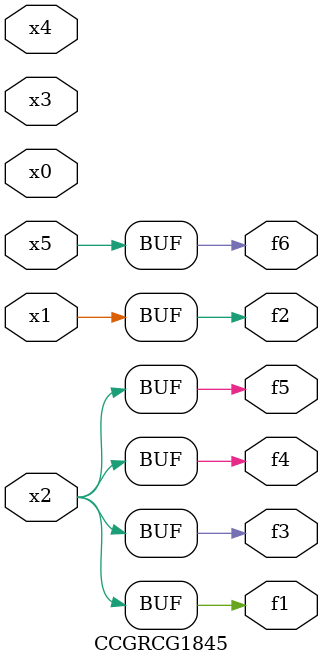
<source format=v>
module CCGRCG1845(
	input x0, x1, x2, x3, x4, x5,
	output f1, f2, f3, f4, f5, f6
);
	assign f1 = x2;
	assign f2 = x1;
	assign f3 = x2;
	assign f4 = x2;
	assign f5 = x2;
	assign f6 = x5;
endmodule

</source>
